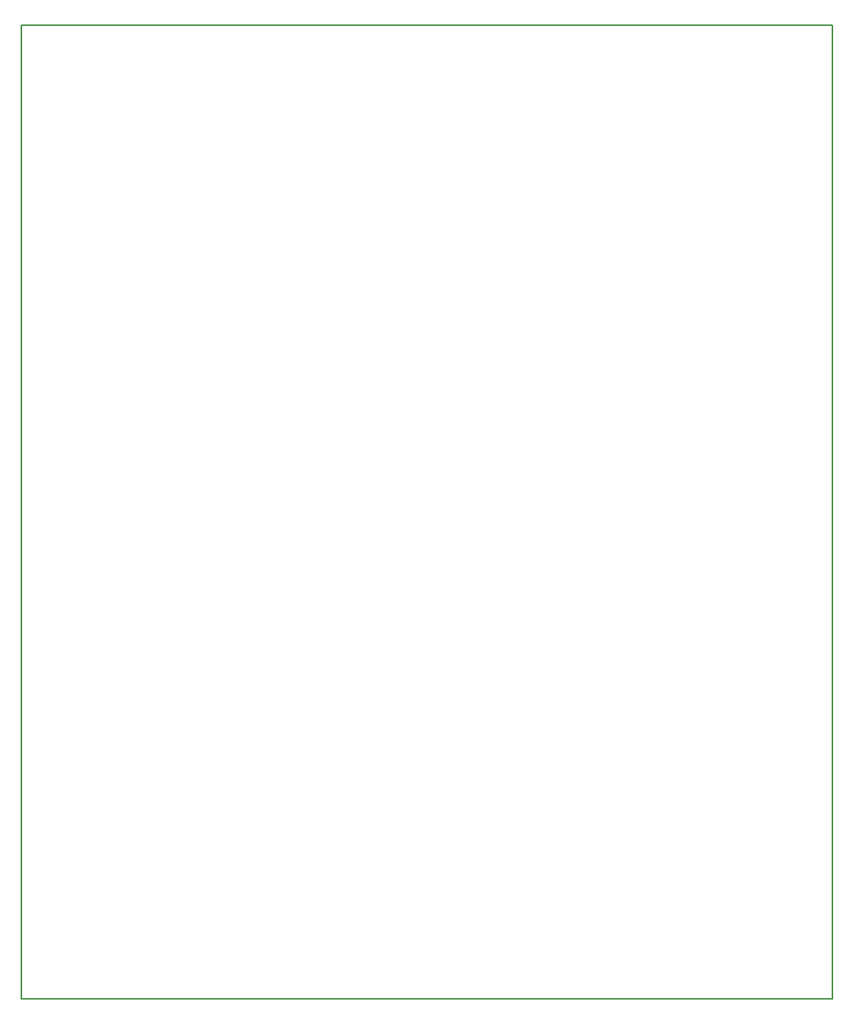
<source format=gm1>
G04 #@! TF.GenerationSoftware,KiCad,Pcbnew,7.0.2*
G04 #@! TF.CreationDate,2023-05-19T11:13:35+02:00*
G04 #@! TF.ProjectId,baseboard,62617365-626f-4617-9264-2e6b69636164,rev?*
G04 #@! TF.SameCoordinates,Original*
G04 #@! TF.FileFunction,Profile,NP*
%FSLAX46Y46*%
G04 Gerber Fmt 4.6, Leading zero omitted, Abs format (unit mm)*
G04 Created by KiCad (PCBNEW 7.0.2) date 2023-05-19 11:13:35*
%MOMM*%
%LPD*%
G01*
G04 APERTURE LIST*
G04 #@! TA.AperFunction,Profile*
%ADD10C,0.200000*%
G04 #@! TD*
G04 APERTURE END LIST*
D10*
X25000000Y-50000000D02*
X115000000Y-50000000D01*
X115000000Y-158000000D01*
X25000000Y-158000000D01*
X25000000Y-50000000D01*
M02*

</source>
